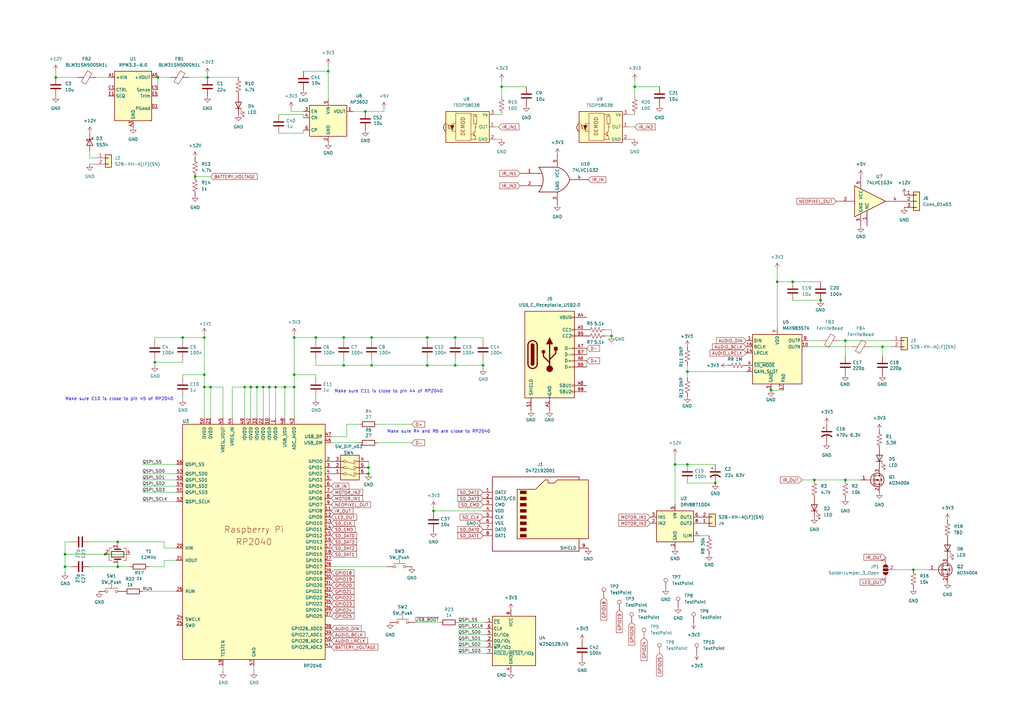
<source format=kicad_sch>
(kicad_sch (version 20250114) (generator "eeschema") (generator_version "9.0")
  (paper "A3")
  (text "Make sure R4 and R6 are close to RP2040" (at 158.75 177.8 0) (effects (font (size 1.27 1.27)) (justify left bottom)))
  (text "Make sure C10 is close to pin 45 of RP2040" (at 26.67 164.465 0) (effects (font (size 1.27 1.27)) (justify left bottom)))
  (text "Make sure C11 is close to pin 44 of RP2040" (at 137.16 161.29 0) (effects (font (size 1.27 1.27)) (justify left bottom)))
  (junction (at 22.86 31.75))
  (junction (at 48.26 222.25))
  (junction (at 281.94 152.4))
  (junction (at 198.12 149.86))
  (junction (at 86.36 158.75))
  (junction (at 325.12 115.57))
  (junction (at 120.65 138.43))
  (junction (at 105.41 158.75))
  (junction (at 151.13 194.31))
  (junction (at 260.35 35.56))
  (junction (at 149.86 45.72))
  (junction (at 26.67 232.41))
  (junction (at 110.49 158.75))
  (junction (at 293.37 198.12))
  (junction (at 334.01 196.85))
  (junction (at 107.95 158.75))
  (junction (at 152.4 149.86))
  (junction (at 175.26 149.86))
  (junction (at 346.71 196.85))
  (junction (at 205.74 35.56))
  (junction (at 74.93 138.43))
  (junction (at 113.03 158.75))
  (junction (at 250.825 137.795))
  (junction (at 63.5 148.59))
  (junction (at 374.65 233.68))
  (junction (at 85.09 31.75))
  (junction (at 83.82 153.67))
  (junction (at 346.71 139.7))
  (junction (at 80.01 72.39))
  (junction (at 100.33 158.75))
  (junction (at 151.13 191.77))
  (junction (at 64.77 31.75))
  (junction (at 318.77 115.57))
  (junction (at 48.26 232.41))
  (junction (at 186.69 138.43))
  (junction (at 316.23 160.02))
  (junction (at 175.26 138.43))
  (junction (at 140.97 138.43))
  (junction (at 129.54 138.43))
  (junction (at 43.18 227.33))
  (junction (at 102.87 158.75))
  (junction (at 83.82 158.75))
  (junction (at 361.95 142.24))
  (junction (at 276.86 190.5))
  (junction (at 120.65 158.75))
  (junction (at 177.8 209.55))
  (junction (at 134.62 29.21))
  (junction (at 281.94 190.5))
  (junction (at 186.69 149.86))
  (junction (at 152.4 138.43))
  (junction (at 120.65 153.67))
  (junction (at 116.84 158.75))
  (junction (at 140.97 149.86))
  (junction (at 83.82 138.43))
  (junction (at 336.55 123.19))
  (junction (at 26.67 227.33))
  (wire (pts (xy 83.82 153.67) (xy 83.82 158.75)))
  (wire (pts (xy 29.21 232.41) (xy 26.67 232.41)))
  (wire (pts (xy 120.65 138.43) (xy 129.54 138.43)))
  (wire (pts (xy 124.46 29.21) (xy 134.62 29.21)))
  (wire (pts (xy 325.12 115.57) (xy 336.55 115.57)))
  (wire (pts (xy 135.89 181.61) (xy 147.32 181.61)))
  (wire (pts (xy 151.13 191.77) (xy 151.13 194.31)))
  (wire (pts (xy 86.36 171.45) (xy 86.36 158.75)))
  (wire (pts (xy 186.69 149.86) (xy 175.26 149.86)))
  (wire (pts (xy 83.82 158.75) (xy 83.82 171.45)))
  (wire (pts (xy 116.84 171.45) (xy 116.84 158.75)))
  (wire (pts (xy 102.87 171.45) (xy 102.87 158.75)))
  (wire (pts (xy 26.67 222.25) (xy 26.67 227.33)))
  (wire (pts (xy 113.03 158.75) (xy 113.03 171.45)))
  (wire (pts (xy 86.36 158.75) (xy 83.82 158.75)))
  (wire (pts (xy 95.25 158.75) (xy 100.33 158.75)))
  (wire (pts (xy 325.12 123.19) (xy 336.55 123.19)))
  (wire (pts (xy 240.665 142.875) (xy 240.665 145.415)))
  (wire (pts (xy 129.54 147.32) (xy 129.54 149.86)))
  (wire (pts (xy 119.38 45.72) (xy 124.46 45.72)))
  (wire (pts (xy 152.4 149.86) (xy 175.26 149.86)))
  (wire (pts (xy 58.42 201.93) (xy 72.39 201.93)))
  (wire (pts (xy 203.2 57.15) (xy 205.74 57.15)))
  (wire (pts (xy 318.77 115.57) (xy 318.77 134.62)))
  (wire (pts (xy 120.65 138.43) (xy 120.65 153.67)))
  (wire (pts (xy 248.285 137.795) (xy 250.825 137.795)))
  (wire (pts (xy 36.83 232.41) (xy 48.26 232.41)))
  (wire (pts (xy 67.31 224.79) (xy 72.39 224.79)))
  (wire (pts (xy 26.67 227.33) (xy 26.67 232.41)))
  (wire (pts (xy 39.37 31.75) (xy 44.45 31.75)))
  (wire (pts (xy 187.96 265.43) (xy 199.39 265.43)))
  (wire (pts (xy 186.69 149.86) (xy 198.12 149.86)))
  (wire (pts (xy 36.83 67.31) (xy 39.37 67.31)))
  (wire (pts (xy 105.41 158.75) (xy 107.95 158.75)))
  (wire (pts (xy 175.26 139.7) (xy 175.26 138.43)))
  (wire (pts (xy 198.12 147.32) (xy 198.12 149.86)))
  (wire (pts (xy 187.96 260.35) (xy 199.39 260.35)))
  (wire (pts (xy 67.31 229.87) (xy 67.31 232.41)))
  (wire (pts (xy 187.96 267.97) (xy 199.39 267.97)))
  (wire (pts (xy 63.5 138.43) (xy 74.93 138.43)))
  (wire (pts (xy 152.4 138.43) (xy 175.26 138.43)))
  (wire (pts (xy 74.93 138.43) (xy 83.82 138.43)))
  (wire (pts (xy 203.2 52.07) (xy 204.47 52.07)))
  (wire (pts (xy 276.86 190.5) (xy 276.86 207.01)))
  (wire (pts (xy 154.94 173.99) (xy 168.91 173.99)))
  (wire (pts (xy 105.41 171.45) (xy 105.41 158.75)))
  (wire (pts (xy 22.86 29.21) (xy 22.86 31.75)))
  (wire (pts (xy 85.09 31.75) (xy 97.79 31.75)))
  (wire (pts (xy 198.12 139.7) (xy 198.12 138.43)))
  (wire (pts (xy 74.93 148.59) (xy 74.93 147.32)))
  (wire (pts (xy 186.69 139.7) (xy 186.69 138.43)))
  (wire (pts (xy 281.94 152.4) (xy 306.07 152.4)))
  (wire (pts (xy 110.49 158.75) (xy 113.03 158.75)))
  (wire (pts (xy 72.39 229.87) (xy 67.31 229.87)))
  (wire (pts (xy 100.33 171.45) (xy 100.33 158.75)))
  (wire (pts (xy 110.49 171.45) (xy 110.49 158.75)))
  (wire (pts (xy 102.87 158.75) (xy 105.41 158.75)))
  (wire (pts (xy 135.89 232.41) (xy 158.75 232.41)))
  (wire (pts (xy 318.77 110.49) (xy 318.77 115.57)))
  (wire (pts (xy 124.46 53.34) (xy 124.46 54.61)))
  (wire (pts (xy 60.96 232.41) (xy 67.31 232.41)))
  (wire (pts (xy 374.65 233.68) (xy 381 233.68)))
  (wire (pts (xy 83.82 137.16) (xy 83.82 138.43)))
  (wire (pts (xy 91.44 158.75) (xy 86.36 158.75)))
  (wire (pts (xy 77.47 31.75) (xy 85.09 31.75)))
  (wire (pts (xy 72.39 205.74) (xy 58.42 205.74)))
  (wire (pts (xy 205.74 33.02) (xy 205.74 35.56)))
  (wire (pts (xy 58.42 196.85) (xy 72.39 196.85)))
  (wire (pts (xy 107.95 158.75) (xy 110.49 158.75)))
  (wire (pts (xy 203.2 46.99) (xy 205.74 46.99)))
  (wire (pts (xy 144.78 45.72) (xy 149.86 45.72)))
  (wire (pts (xy 48.26 223.52) (xy 48.26 222.25)))
  (wire (pts (xy 22.86 31.75) (xy 31.75 31.75)))
  (wire (pts (xy 95.25 171.45) (xy 95.25 158.75)))
  (wire (pts (xy 151.13 189.23) (xy 151.13 191.77)))
  (wire (pts (xy 250.825 135.255) (xy 248.285 135.255)))
  (wire (pts (xy 120.65 158.75) (xy 120.65 171.45)))
  (wire (pts (xy 316.23 160.02) (xy 321.31 160.02)))
  (wire (pts (xy 64.77 31.75) (xy 69.85 31.75)))
  (wire (pts (xy 281.94 198.12) (xy 293.37 198.12)))
  (wire (pts (xy 72.39 190.5) (xy 58.42 190.5)))
  (wire (pts (xy 346.71 139.7) (xy 346.71 146.05)))
  (wire (pts (xy 186.69 147.32) (xy 186.69 149.86)))
  (wire (pts (xy 281.94 149.86) (xy 281.94 152.4)))
  (wire (pts (xy 331.47 142.24) (xy 349.25 142.24)))
  (wire (pts (xy 276.86 186.69) (xy 276.86 190.5)))
  (wire (pts (xy 74.93 153.67) (xy 83.82 153.67)))
  (wire (pts (xy 270.51 35.56) (xy 260.35 35.56)))
  (wire (pts (xy 48.26 232.41) (xy 53.34 232.41)))
  (wire (pts (xy 74.93 162.56) (xy 74.93 163.83)))
  (wire (pts (xy 85.09 30.48) (xy 85.09 31.75)))
  (wire (pts (xy 140.97 139.7) (xy 140.97 138.43)))
  (wire (pts (xy 260.35 35.56) (xy 260.35 39.37)))
  (wire (pts (xy 64.77 31.75) (xy 64.77 36.83)))
  (wire (pts (xy 187.96 255.27) (xy 199.39 255.27)))
  (wire (pts (xy 240.665 147.955) (xy 240.665 150.495)))
  (wire (pts (xy 367.03 233.68) (xy 374.65 233.68)))
  (wire (pts (xy 177.8 208.28) (xy 177.8 209.55)))
  (wire (pts (xy 281.94 190.5) (xy 293.37 190.5)))
  (wire (pts (xy 134.62 26.67) (xy 134.62 29.21)))
  (wire (pts (xy 157.48 44.45) (xy 157.48 45.72)))
  (wire (pts (xy 63.5 148.59) (xy 74.93 148.59)))
  (wire (pts (xy 120.65 153.67) (xy 120.65 158.75)))
  (wire (pts (xy 63.5 147.32) (xy 63.5 148.59)))
  (wire (pts (xy 113.03 158.75) (xy 116.84 158.75)))
  (wire (pts (xy 36.83 64.77) (xy 39.37 64.77)))
  (wire (pts (xy 74.93 154.94) (xy 74.93 153.67)))
  (wire (pts (xy 140.97 147.32) (xy 140.97 149.86)))
  (wire (pts (xy 281.94 152.4) (xy 281.94 154.94)))
  (wire (pts (xy 140.97 149.86) (xy 129.54 149.86)))
  (wire (pts (xy 129.54 138.43) (xy 140.97 138.43)))
  (wire (pts (xy 186.69 138.43) (xy 198.12 138.43)))
  (wire (pts (xy 157.48 45.72) (xy 149.86 45.72)))
  (wire (pts (xy 120.65 137.16) (xy 120.65 138.43)))
  (wire (pts (xy 257.81 57.15) (xy 260.35 57.15)))
  (wire (pts (xy 334.01 196.85) (xy 346.71 196.85)))
  (wire (pts (xy 250.825 135.255) (xy 250.825 137.795)))
  (wire (pts (xy 152.4 147.32) (xy 152.4 149.86)))
  (wire (pts (xy 83.82 138.43) (xy 83.82 153.67)))
  (wire (pts (xy 67.31 224.79) (xy 67.31 222.25)))
  (wire (pts (xy 58.42 199.39) (xy 72.39 199.39)))
  (wire (pts (xy 100.33 158.75) (xy 102.87 158.75)))
  (wire (pts (xy 107.95 171.45) (xy 107.95 158.75)))
  (wire (pts (xy 290.83 219.71) (xy 287.02 219.71)))
  (wire (pts (xy 43.18 227.33) (xy 53.34 227.33)))
  (wire (pts (xy 74.93 139.7) (xy 74.93 138.43)))
  (wire (pts (xy 29.21 222.25) (xy 26.67 222.25)))
  (wire (pts (xy 328.93 196.85) (xy 334.01 196.85)))
  (wire (pts (xy 152.4 149.86) (xy 140.97 149.86)))
  (wire (pts (xy 346.71 196.85) (xy 353.06 196.85)))
  (wire (pts (xy 187.96 257.81) (xy 199.39 257.81)))
  (wire (pts (xy 276.86 190.5) (xy 281.94 190.5)))
  (wire (pts (xy 26.67 232.41) (xy 26.67 234.95)))
  (wire (pts (xy 135.89 179.07) (xy 142.24 179.07)))
  (wire (pts (xy 129.54 139.7) (xy 129.54 138.43)))
  (wire (pts (xy 134.62 29.21) (xy 134.62 40.64)))
  (wire (pts (xy 58.42 194.31) (xy 72.39 194.31)))
  (wire (pts (xy 170.18 255.27) (xy 180.34 255.27)))
  (wire (pts (xy 142.24 173.99) (xy 147.32 173.99)))
  (wire (pts (xy 177.8 209.55) (xy 198.12 209.55)))
  (wire (pts (xy 124.46 54.61) (xy 114.3 54.61)))
  (wire (pts (xy 257.81 46.99) (xy 260.35 46.99)))
  (wire (pts (xy 63.5 148.59) (xy 63.5 149.86)))
  (wire (pts (xy 365.76 142.24) (xy 361.95 142.24)))
  (wire (pts (xy 72.39 242.57) (xy 58.42 242.57)))
  (wire (pts (xy 215.9 35.56) (xy 205.74 35.56)))
  (wire (pts (xy 91.44 273.05) (xy 91.44 275.59)))
  (wire (pts (xy 129.54 154.94) (xy 129.54 153.67)))
  (wire (pts (xy 346.71 139.7) (xy 365.76 139.7)))
  (wire (pts (xy 140.97 138.43) (xy 152.4 138.43)))
  (wire (pts (xy 48.26 222.25) (xy 67.31 222.25)))
  (wire (pts (xy 344.17 139.7) (xy 346.71 139.7)))
  (wire (pts (xy 119.38 44.45) (xy 119.38 45.72)))
  (wire (pts (xy 36.83 62.23) (xy 36.83 64.77)))
  (wire (pts (xy 154.94 181.61) (xy 168.91 181.61)))
  (wire (pts (xy 104.14 273.05) (xy 104.14 275.59)))
  (wire (pts (xy 80.01 72.39) (xy 86.36 72.39)))
  (wire (pts (xy 331.47 139.7) (xy 336.55 139.7)))
  (wire (pts (xy 142.24 173.99) (xy 142.24 179.07)))
  (wire (pts (xy 48.26 231.14) (xy 48.26 232.41)))
  (wire (pts (xy 36.83 222.25) (xy 48.26 222.25)))
  (wire (pts (xy 175.26 147.32) (xy 175.26 149.86)))
  (wire (pts (xy 177.8 209.55) (xy 177.8 210.185)))
  (wire (pts (xy 257.81 52.07) (xy 260.35 52.07)))
  (wire (pts (xy 63.5 139.7) (xy 63.5 138.43)))
  (wire (pts (xy 116.84 158.75) (xy 120.65 158.75)))
  (wire (pts (xy 124.46 48.26) (xy 124.46 46.99)))
  (wire (pts (xy 175.26 138.43) (xy 186.69 138.43)))
  (wire (pts (xy 26.67 227.33) (xy 43.18 227.33)))
  (wire (pts (xy 361.95 142.24) (xy 361.95 146.05)))
  (wire (pts (xy 260.35 33.02) (xy 260.35 35.56)))
  (wire (pts (xy 361.95 142.24) (xy 356.87 142.24)))
  (wire (pts (xy 152.4 139.7) (xy 152.4 138.43)))
  (wire (pts (xy 198.12 149.86) (xy 198.12 151.13)))
  (wire (pts (xy 187.96 262.89) (xy 199.39 262.89)))
  (wire (pts (xy 124.46 46.99) (xy 114.3 46.99)))
  (wire (pts (xy 205.74 35.56) (xy 205.74 39.37)))
  (wire (pts (xy 129.54 162.56) (xy 129.54 163.83)))
  (wire (pts (xy 120.65 153.67) (xy 129.54 153.67)))
  (wire (pts (xy 91.44 171.45) (xy 91.44 158.75)))
  (wire (pts (xy 318.77 115.57) (xy 325.12 115.57)))
  (label "QSPI_SD2" (at 58.42 199.39 0))
  (label "~{USB_BOOT}" (at 170.18 255.27 0))
  (label "RUN" (at 58.42 242.57 0))
  (label "QSPI_SD1" (at 58.42 196.85 0))
  (label "QSPI_SCLK" (at 187.96 257.81 0))
  (label "QSPI_SD2" (at 187.96 265.43 0))
  (label "QSPI_SS" (at 187.96 255.27 0))
  (label "QSPI_SD0" (at 187.96 260.35 0))
  (label "QSPI_SD0" (at 58.42 194.31 0))
  (label "QSPI_SS" (at 58.42 190.5 0))
  (label "QSPI_SD3" (at 187.96 267.97 0))
  (label "QSPI_SD1" (at 187.96 262.89 0))
  (label "QSPI_SD3" (at 58.42 201.93 0))
  (label "QSPI_SCLK" (at 58.42 205.74 0))
  (global_label "SD_DAT0" (shape input) (at 135.89 219.71 0) (property "Intersheetrefs" "${INTERSHEET_REFS}" (effects (hide yes))))
  (global_label "GPIO18" (shape input) (at 135.89 234.95 0) (property "Intersheetrefs" "${INTERSHEET_REFS}" (effects (hide yes))))
  (global_label "GPIO20" (shape input) (at 259.08 255.27 270) (property "Intersheetrefs" "${INTERSHEET_REFS}" (effects (hide yes))))
  (global_label "GPIO18" (shape input) (at 247.65 245.11 270) (property "Intersheetrefs" "${INTERSHEET_REFS}" (effects (hide yes))))
  (global_label "SD_DAT2" (shape input) (at 198.12 201.93 180) (property "Intersheetrefs" "${INTERSHEET_REFS}" (effects (hide yes))))
  (global_label "AUDIO_LRCLK" (shape input) (at 306.07 144.78 180) (property "Intersheetrefs" "${INTERSHEET_REFS}" (effects (hide yes))))
  (global_label "IR_OUT" (shape input) (at 135.89 209.55 0) (property "Intersheetrefs" "${INTERSHEET_REFS}" (effects (hide yes))))
  (global_label "GPIO21" (shape input) (at 135.89 242.57 0) (property "Intersheetrefs" "${INTERSHEET_REFS}" (effects (hide yes))))
  (global_label "SD_DAT3" (shape input) (at 135.89 222.25 0) (property "Intersheetrefs" "${INTERSHEET_REFS}" (effects (hide yes))))
  (global_label "SD_CMD" (shape input) (at 198.12 207.01 180) (property "Intersheetrefs" "${INTERSHEET_REFS}" (effects (hide yes))))
  (global_label "IR_OUT" (shape input) (at 363.22 228.6 180) (property "Intersheetrefs" "${INTERSHEET_REFS}" (effects (hide yes))))
  (global_label "GPIO24" (shape input) (at 135.89 250.19 0) (property "Intersheetrefs" "${INTERSHEET_REFS}" (effects (hide yes))))
  (global_label "D+" (shape input) (at 240.665 147.955 0) (property "Intersheetrefs" "${INTERSHEET_REFS}" (effects (hide yes))))
  (global_label "SD_DAT2" (shape input) (at 135.89 224.79 0) (property "Intersheetrefs" "${INTERSHEET_REFS}" (effects (hide yes))))
  (global_label "GPIO19" (shape input) (at 254 250.19 270) (property "Intersheetrefs" "${INTERSHEET_REFS}" (effects (hide yes))))
  (global_label "D+" (shape input) (at 168.91 173.99 0) (property "Intersheetrefs" "${INTERSHEET_REFS}" (effects (hide yes))))
  (global_label "GPIO22" (shape input) (at 135.89 245.11 0) (property "Intersheetrefs" "${INTERSHEET_REFS}" (effects (hide yes))))
  (global_label "AUDIO_LRCLK" (shape input) (at 135.89 262.89 0) (property "Intersheetrefs" "${INTERSHEET_REFS}" (effects (hide yes))))
  (global_label "LED_OUT" (shape input) (at 135.89 212.09 0) (property "Intersheetrefs" "${INTERSHEET_REFS}" (effects (hide yes))))
  (global_label "MOTOR_IN1" (shape input) (at 266.7 212.09 180) (property "Intersheetrefs" "${INTERSHEET_REFS}" (effects (hide yes))))
  (global_label "NEOPIXEL_OUT" (shape input) (at 342.9 82.55 180) (property "Intersheetrefs" "${INTERSHEET_REFS}" (effects (hide yes))))
  (global_label "D-" (shape input) (at 240.665 142.875 0) (property "Intersheetrefs" "${INTERSHEET_REFS}" (effects (hide yes))))
  (global_label "MOTOR_IN1" (shape input) (at 135.89 204.47 0) (property "Intersheetrefs" "${INTERSHEET_REFS}" (effects (hide yes))))
  (global_label "GPIO25" (shape input) (at 135.89 252.73 0) (property "Intersheetrefs" "${INTERSHEET_REFS}" (effects (hide yes))))
  (global_label "SD_DAT1" (shape input) (at 135.89 227.33 0) (property "Intersheetrefs" "${INTERSHEET_REFS}" (effects (hide yes))))
  (global_label "GPIO24" (shape input) (at 264.16 261.62 270) (property "Intersheetrefs" "${INTERSHEET_REFS}" (effects (hide yes))))
  (global_label "GPIO20" (shape input) (at 135.89 240.03 0) (property "Intersheetrefs" "${INTERSHEET_REFS}" (effects (hide yes))))
  (global_label "IR_OUT" (shape input) (at 328.93 196.85 180) (property "Intersheetrefs" "${INTERSHEET_REFS}" (effects (hide yes))))
  (global_label "SD_DAT0" (shape input) (at 198.12 217.17 180) (property "Intersheetrefs" "${INTERSHEET_REFS}" (effects (hide yes))))
  (global_label "AUDIO_BCLK" (shape input) (at 135.89 260.35 0) (property "Intersheetrefs" "${INTERSHEET_REFS}" (effects (hide yes))))
  (global_label "BATTERY_VOLTAGE" (shape input) (at 135.89 265.43 0) (property "Intersheetrefs" "${INTERSHEET_REFS}" (effects (hide yes))))
  (global_label "AUDIO_DIN" (shape input) (at 306.07 139.7 180) (property "Intersheetrefs" "${INTERSHEET_REFS}" (effects (hide yes))))
  (global_label "MOTOR_IN2" (shape input) (at 266.7 214.63 180) (property "Intersheetrefs" "${INTERSHEET_REFS}" (effects (hide yes))))
  (global_label "BATTERY_VOLTAGE" (shape input) (at 86.36 72.39 0) (property "Intersheetrefs" "${INTERSHEET_REFS}" (effects (hide yes))))
  (global_label "IR_IN2" (shape input) (at 260.35 52.07 0) (property "Intersheetrefs" "${INTERSHEET_REFS}" (effects (hide yes))))
  (global_label "IR_IN1" (shape input) (at 213.36 71.12 180) (property "Intersheetrefs" "${INTERSHEET_REFS}" (effects (hide yes))))
  (global_label "IR_IN1" (shape input) (at 204.47 52.07 0) (property "Intersheetrefs" "${INTERSHEET_REFS}" (effects (hide yes))))
  (global_label "SD_DAT1" (shape input) (at 198.12 219.71 180) (property "Intersheetrefs" "${INTERSHEET_REFS}" (effects (hide yes))))
  (global_label "GPIO23" (shape input) (at 135.89 247.65 0) (property "Intersheetrefs" "${INTERSHEET_REFS}" (effects (hide yes))))
  (global_label "NEOPIXEL_OUT" (shape input) (at 135.89 207.01 0) (property "Intersheetrefs" "${INTERSHEET_REFS}" (effects (hide yes))))
  (global_label "SD_DAT3" (shape input) (at 198.12 204.47 180) (property "Intersheetrefs" "${INTERSHEET_REFS}" (effects (hide yes))))
  (global_label "D-" (shape input) (at 168.91 181.61 0) (property "Intersheetrefs" "${INTERSHEET_REFS}" (effects (hide yes))))
  (global_label "LED_OUT" (shape input) (at 363.22 238.76 180) (property "Intersheetrefs" "${INTERSHEET_REFS}" (effects (hide yes))))
  (global_label "GPIO19" (shape input) (at 135.89 237.49 0) (property "Intersheetrefs" "${INTERSHEET_REFS}" (effects (hide yes))))
  (global_label "AUDIO_DIN" (shape input) (at 135.89 257.81 0) (property "Intersheetrefs" "${INTERSHEET_REFS}" (effects (hide yes))))
  (global_label "MOTOR_IN2" (shape input) (at 135.89 201.93 0) (property "Intersheetrefs" "${INTERSHEET_REFS}" (effects (hide yes))))
  (global_label "SD_CLK" (shape input) (at 135.89 214.63 0) (property "Intersheetrefs" "${INTERSHEET_REFS}" (effects (hide yes))))
  (global_label "IR_IN" (shape input) (at 241.3 73.66 0) (property "Intersheetrefs" "${INTERSHEET_REFS}" (effects (hide yes))))
  (global_label "SD_CMD" (shape input) (at 135.89 217.17 0) (property "Intersheetrefs" "${INTERSHEET_REFS}" (effects (hide yes))))
  (global_label "GPIO25" (shape input) (at 270.51 267.97 270) (property "Intersheetrefs" "${INTERSHEET_REFS}" (effects (hide yes))))
  (global_label "IR_IN2" (shape input) (at 213.36 76.2 180) (property "Intersheetrefs" "${INTERSHEET_REFS}" (effects (hide yes))))
  (global_label "AUDIO_BCLK" (shape input) (at 306.07 142.24 180) (property "Intersheetrefs" "${INTERSHEET_REFS}" (effects (hide yes))))
  (global_label "SD_CLK" (shape input) (at 198.12 212.09 180) (property "Intersheetrefs" "${INTERSHEET_REFS}" (effects (hide yes))))
  (global_label "IR_IN" (shape input) (at 135.89 199.39 0) (property "Intersheetrefs" "${INTERSHEET_REFS}" (effects (hide yes))))
  (symbol (lib_id "power:+3V3") (at 85.09 30.48 0) (unit 1)
    (property "Reference" "#PWR012" (effects (hide yes)))
    (property "Value" "+3V3" (at 85.09 25.4 0))
    (property "Description" "Power symbol creates a global label with name \"+3V3\"" (effects (hide yes)))
  )
  (symbol (lib_id "Device:LED") (at 97.79 43.18 90) (unit 1)
    (property "Reference" "D4" (at 101.6 43.4974 90) (effects (justify right)))
    (property "Value" "LED" (at 101.6 46.0374 90) (effects (justify right)))
    (property "Footprint" "LED_SMD:LED_0603_1608Metric" (effects (hide yes)))
    (property "Description" "Light emitting diode" (effects (hide yes)))
    (property "Sim.Pins" "1=K 2=A" (effects (hide yes)))
  )
  (symbol (lib_id "power:+3V3") (at 388.62 213.36 0) (unit 1)
    (property "Reference" "#PWR055" (effects (hide yes)))
    (property "Value" "+3V3" (at 388.62 208.28 0))
    (property "Description" "Power symbol creates a global label with name \"+3V3\"" (effects (hide yes)))
  )
  (symbol (lib_id "Device:C") (at 33.02 232.41 270) (unit 1)
    (property "Reference" "C27" (at 34.1884 235.331 0) (effects (justify left)))
    (property "Value" "27p" (at 31.877 235.331 0) (effects (justify left)))
    (property "Footprint" "Capacitor_SMD:C_0603_1608Metric" (effects (hide yes)))
  )
  (symbol (lib_id "Transistor_FET:AO3400A") (at 358.14 196.85 0) (unit 1)
    (property "Reference" "Q1" (at 364.49 195.5799 0) (effects (justify left)))
    (property "Value" "AO3400A" (at 364.49 198.1199 0) (effects (justify left)))
    (property "Footprint" "Package_TO_SOT_SMD:SOT-23" (effects (hide yes)))
    (property "Datasheet" "http://www.aosmd.com/pdfs/datasheet/AO3400A.pdf" (effects (hide yes)))
    (property "Description" "30V Vds, 5.7A Id, N-Channel MOSFET, SOT-23" (effects (hide yes)))
  )
  (symbol (lib_id "power:GND") (at 353.06 92.71 0) (unit 1)
    (property "Reference" "#PWR070" (effects (hide yes)))
    (property "Value" "GND" (at 353.06 97.028 0))
  )
  (symbol (lib_id "74xGxx:74LVC1G34") (at 358.14 82.55 0) (unit 1)
    (property "Reference" "U7" (at 360.68 72.39 0))
    (property "Value" "74LVC1G34" (at 360.68 74.93 0))
    (property "Footprint" "Package_TO_SOT_SMD:SOT-23-5" (effects (hide yes)))
    (property "Datasheet" "https://www.ti.com/lit/ds/symlink/sn74lvc1g34.pdf" (effects (hide yes)))
    (property "Description" "Single Buffer Gate, Low-Voltage CMOS" (effects (hide yes)))
  )
  (symbol (lib_id "Device:R_US") (at 281.94 158.75 0) (unit 1)
    (property "Reference" "R12" (at 279.4 161.29 90))
    (property "Value" "DNP" (at 279.4 156.718 90))
    (property "Footprint" "Resistor_SMD:R_0603_1608Metric" (effects (hide yes)))
  )
  (symbol (lib_id "power:+3V3") (at 209.55 250.19 0) (unit 1)
    (property "Reference" "#PWR020" (effects (hide yes)))
    (property "Value" "+3V3" (at 209.55 245.11 0))
    (property "Description" "Power symbol creates a global label with name \"+3V3\"" (effects (hide yes)))
  )
  (symbol (lib_id "Device:R_US") (at 374.65 237.49 0) (unit 1)
    (property "Reference" "R16" (at 377.19 236.2199 0) (effects (justify left)))
    (property "Value" "10k" (at 377.19 238.7599 0) (effects (justify left)))
    (property "Footprint" "Resistor_SMD:R_0603_1608Metric" (effects (hide yes)))
    (property "Description" "Resistor, US symbol" (effects (hide yes)))
  )
  (symbol (lib_id "power:GND") (at 238.76 270.51 0) (unit 1)
    (property "Reference" "#PWR058" (effects (hide yes)))
    (property "Value" "GND" (at 238.76 274.955 0))
  )
  (symbol (lib_id "Device:R_US") (at 80.01 76.2 0) (unit 1)
    (property "Reference" "R14" (at 82.55 74.9299 0) (effects (justify left)))
    (property "Value" "1k" (at 82.55 77.4699 0) (effects (justify left)))
    (property "Footprint" "Resistor_SMD:R_0603_1608Metric" (effects (hide yes)))
    (property "Description" "Resistor, US symbol" (effects (hide yes)))
  )
  (symbol (lib_id "Device:FerriteBead") (at 35.56 31.75 90) (unit 1)
    (property "Reference" "FB2" (at 35.5092 24.13 90))
    (property "Value" "BLM31SN500SN1L" (at 35.5092 26.67 90))
    (property "Footprint" "Inductor_SMD:L_1206_3216Metric" (effects (hide yes)))
    (property "Description" "Ferrite bead" (effects (hide yes)))
  )
  (symbol (lib_id "Memory_Flash:W25Q128JVS") (at 209.55 262.89 0) (unit 1)
    (property "Reference" "U4" (at 220.98 261.6199 0) (effects (justify left)))
    (property "Value" "W25Q128JVS" (at 220.98 264.1599 0) (effects (justify left)))
    (property "Footprint" "Package_SO:SOIC-8_5.3x5.3mm_P1.27mm" (effects (hide yes)))
    (property "Datasheet" "https://www.winbond.com/resource-files/w25q128jv_dtr%20revc%2003272018%20plus.pdf" (effects (hide yes)))
    (property "Description" "128Mbit / 16MiB Serial Flash Memory, Standard/Dual/Quad SPI, 2.7-3.6V, SOIC-8" (effects (hide yes)))
  )
  (symbol (lib_id "Device:FerriteBead") (at 73.66 31.75 90) (unit 1)
    (property "Reference" "FB1" (at 73.6092 24.13 90))
    (property "Value" "BLM31SN500SN1L" (at 73.6092 26.67 90))
    (property "Footprint" "Inductor_SMD:L_1206_3216Metric" (effects (hide yes)))
    (property "Description" "Ferrite bead" (effects (hide yes)))
  )
  (symbol (lib_id "Device:C") (at 198.12 143.51 0) (unit 1)
    (property "Reference" "C14" (at 201.041 142.3416 0) (effects (justify left)))
    (property "Value" "100n" (at 201.041 144.653 0) (effects (justify left)))
    (property "Footprint" "Capacitor_SMD:C_0603_1608Metric" (effects (hide yes)))
  )
  (symbol (lib_id "Device:C") (at 33.02 222.25 270) (unit 1)
    (property "Reference" "C23" (at 34.1884 225.171 0) (effects (justify left)))
    (property "Value" "27p" (at 31.877 225.171 0) (effects (justify left)))
    (property "Footprint" "Capacitor_SMD:C_0603_1608Metric" (effects (hide yes)))
  )
  (symbol (lib_id "Device:R_US") (at 281.94 146.05 0) (unit 1)
    (property "Reference" "R11" (at 279.4 148.59 90))
    (property "Value" "DNP" (at 279.4 144.018 90))
    (property "Footprint" "Resistor_SMD:R_0603_1608Metric" (effects (hide yes)))
  )
  (symbol (lib_id "power:+3V3") (at 134.62 26.67 0) (unit 1)
    (property "Reference" "#PWR044" (effects (hide yes)))
    (property "Value" "+3V3" (at 134.62 21.59 0))
    (property "Description" "Power symbol creates a global label with name \"+3V3\"" (effects (hide yes)))
  )
  (symbol (lib_id "Connector:TestPoint") (at 278.13 248.92 0) (unit 1)
    (property "Reference" "TP8" (at 280.67 244.3479 0) (effects (justify left)))
    (property "Value" "TestPoint" (at 280.67 246.8879 0) (effects (justify left)))
    (property "Footprint" "TestPoint:TestPoint_Pad_D2.0mm" (effects (hide yes)))
    (property "Description" "test point" (effects (hide yes)))
  )
  (symbol (lib_id "power:+3V3") (at 177.8 208.28 0) (unit 1)
    (property "Reference" "#PWR023" (effects (hide yes)))
    (property "Value" "+3V3" (at 177.8 203.2 0))
    (property "Description" "Power symbol creates a global label with name \"+3V3\"" (effects (hide yes)))
  )
  (symbol (lib_id "power:GND") (at 217.805 168.275 0) (unit 1)
    (property "Reference" "#PWR017" (effects (hide yes)))
    (property "Value" "GND" (at 215.646 172.212 0) (effects (justify left)))
  )
  (symbol (lib_id "Jumper:SolderJumper_3_Open") (at 363.22 233.68 90) (unit 1) (exclude_from_sim yes) (in_bom no)
    (property "Reference" "JP1" (at 360.68 232.4099 90) (effects (justify left)))
    (property "Value" "SolderJumper_3_Open" (at 360.68 234.9499 90) (effects (justify left)))
    (property "Footprint" "Jumper:SolderJumper-3_P1.3mm_Open_RoundedPad1.0x1.5mm" (effects (hide yes)))
    (property "Description" "Solder Jumper, 3-pole, open" (effects (hide yes)))
  )
  (symbol (lib_id "power:GND") (at 225.425 168.275 0) (unit 1)
    (property "Reference" "#PWR018" (effects (hide yes)))
    (property "Value" "GND" (at 223.266 172.212 0) (effects (justify left)))
  )
  (symbol (lib_id "power:GND") (at 36.83 67.31 0) (unit 1)
    (property "Reference" "#PWR024" (effects (hide yes)))
    (property "Value" "GND" (at 36.83 72.39 0))
    (property "Description" "Power symbol creates a global label with name \"GND\" , ground" (effects (hide yes)))
  )
  (symbol (lib_id "power:GND") (at 273.05 241.3 0) (unit 1)
    (property "Reference" "#PWR072" (effects (hide yes)))
    (property "Value" "GND" (at 273.05 245.872 0))
  )
  (symbol (lib_id "Connector:TestPoint") (at 285.75 267.97 0) (unit 1)
    (property "Reference" "TP10" (at 288.29 263.3979 0) (effects (justify left)))
    (property "Value" "TestPoint" (at 288.29 265.9379 0) (effects (justify left)))
    (property "Footprint" "TestPoint:TestPoint_Pad_D2.0mm" (effects (hide yes)))
    (property "Description" "test point" (effects (hide yes)))
  )
  (symbol (lib_id "Device:C") (at 325.12 119.38 180) (unit 1)
    (property "Reference" "C19" (at 328.93 118.1099 0) (effects (justify right)))
    (property "Value" "10u" (at 328.93 120.6499 0) (effects (justify right)))
    (property "Footprint" "Capacitor_SMD:C_0603_1608Metric" (effects (hide yes)))
    (property "Description" "Unpolarized capacitor" (effects (hide yes)))
  )
  (symbol (lib_id "power:GND") (at 198.12 151.13 0) (unit 1)
    (property "Reference" "#PWR016" (effects (hide yes)))
    (property "Value" "GND" (at 198.247 155.5242 0))
  )
  (symbol (lib_id "Switch:SW_Push") (at 163.83 232.41 0) (unit 1)
    (property "Reference" "SW3" (at 163.83 226.06 0))
    (property "Value" "SW_Push" (at 163.83 228.6 0))
    (property "Footprint" "Button_Switch_SMD:SW_SPST_TL3342" (effects (hide yes)))
  )
  (symbol (lib_id "power:GND") (at 361.95 153.67 0) (unit 1)
    (property "Reference" "#PWR033" (effects (hide yes)))
    (property "Value" "GND" (at 359.791 157.607 0) (effects (justify left)))
  )
  (symbol (lib_id "Connector_Generic:Conn_01x02") (at 44.45 64.77 0) (unit 1)
    (property "Reference" "J2" (at 46.99 64.7699 0) (effects (justify left)))
    (property "Value" "S2B-XH-A(LF)(SN)" (at 46.99 67.3099 0) (effects (justify left)))
    (property "Footprint" "Connector_JST:JST_XH_S2B-XH-A_1x02_P2.50mm_Horizontal" (effects (hide yes)))
    (property "Description" "Generic connector, single row, 01x02, script generated (kicad-library-utils/schlib/autogen/connector/)" (effects (hide yes)))
  )
  (symbol (lib_id "power:GND") (at 250.825 137.795 0) (unit 1)
    (property "Reference" "#PWR022" (effects (hide yes)))
    (property "Value" "GND" (at 252.095 139.065 0) (effects (justify left)))
  )
  (symbol (lib_id "power:GND") (at 54.61 52.07 0) (unit 1)
    (property "Reference" "#PWR05" (effects (hide yes)))
    (property "Value" "GND" (at 54.61 57.15 0))
    (property "Description" "Power symbol creates a global label with name \"GND\" , ground" (effects (hide yes)))
  )
  (symbol (lib_id "Device:LED") (at 334.01 208.28 90) (unit 1)
    (property "Reference" "D2" (at 337.82 208.5974 90) (effects (justify right)))
    (property "Value" "LED" (at 337.82 211.1374 90) (effects (justify right)))
    (property "Footprint" "LED_SMD:LED_0603_1608Metric" (effects (hide yes)))
    (property "Description" "Light emitting diode" (effects (hide yes)))
    (property "Sim.Pins" "1=K 2=A" (effects (hide yes)))
  )
  (symbol (lib_id "power:GND") (at 293.37 198.12 0) (unit 1)
    (property "Reference" "#PWR031" (effects (hide yes)))
    (property "Value" "GND" (at 291.338 202.438 0) (effects (justify left)))
  )
  (symbol (lib_id "Device:R_US") (at 302.26 149.86 90) (unit 1)
    (property "Reference" "R9" (at 300.9899 147.32 90) (effects (justify left)))
    (property "Value" "1M" (at 304.546 147.32 90) (effects (justify left)))
    (property "Footprint" "Resistor_SMD:R_0603_1608Metric" (effects (hide yes)))
    (property "Description" "Resistor, US symbol" (effects (hide yes)))
  )
  (symbol (lib_id "Transistor_FET:AO3400A") (at 386.08 233.68 0) (unit 1)
    (property "Reference" "Q2" (at 392.43 232.4099 0) (effects (justify left)))
    (property "Value" "AO3400A" (at 392.43 234.9499 0) (effects (justify left)))
    (property "Footprint" "Package_TO_SOT_SMD:SOT-23" (effects (hide yes)))
    (property "Datasheet" "http://www.aosmd.com/pdfs/datasheet/AO3400A.pdf" (effects (hide yes)))
    (property "Description" "30V Vds, 5.7A Id, N-Channel MOSFET, SOT-23" (effects (hide yes)))
  )
  (symbol (lib_id "74xGxx:74LVC1G32") (at 228.6 73.66 0) (unit 1)
    (property "Reference" "U10" (at 240.03 67.2398 0))
    (property "Value" "74LVC1G32" (at 240.03 69.7798 0))
    (property "Footprint" "Package_TO_SOT_SMD:SOT-23-5" (effects (hide yes)))
    (property "Datasheet" "http://www.ti.com/lit/sg/scyt129e/scyt129e.pdf" (effects (hide yes)))
    (property "Description" "Single OR Gate, Low-Voltage CMOS" (effects (hide yes)))
  )
  (symbol (lib_id "power:GND") (at 104.14 275.59 0) (unit 1)
    (property "Reference" "#PWR043" (effects (hide yes)))
    (property "Value" "GND" (at 104.267 279.9842 0))
  )
  (symbol (lib_id "Device:R_US") (at 205.74 43.18 0) (unit 1)
    (property "Reference" "R15" (at 208.28 41.9099 0) (effects (justify left)))
    (property "Value" "100" (at 208.28 44.4499 0) (effects (justify left)))
    (property "Footprint" "Resistor_SMD:R_0603_1608Metric" (effects (hide yes)))
    (property "Description" "Resistor, US symbol" (effects (hide yes)))
  )
  (symbol (lib_id "Device:C") (at 215.9 39.37 0) (unit 1)
    (property "Reference" "C9" (at 219.71 38.0999 0) (effects (justify left)))
    (property "Value" "10u" (at 219.71 40.6399 0) (effects (justify left)))
    (property "Footprint" "Capacitor_SMD:C_0603_1608Metric" (effects (hide yes)))
    (property "Description" "Unpolarized capacitor" (effects (hide yes)))
  )
  (symbol (lib_id "Audio:MAX98357A") (at 318.77 147.32 0) (unit 1)
    (property "Reference" "U5" (at 320.9133 132.08 0) (effects (justify left)))
    (property "Value" "MAX98357A" (at 320.9133 134.62 0) (effects (justify left)))
    (property "Footprint" "Package_DFN_QFN:TQFN-16-1EP_3x3mm_P0.5mm_EP1.23x1.23mm" (effects (hide yes)))
    (property "Datasheet" "https://www.analog.com/media/en/technical-documentation/data-sheets/MAX98357A-MAX98357B.pdf" (effects (hide yes)))
    (property "Description" "Mono DAC with amplifier, I2S, PCM, TDM, 32-bit, 96khz, 3.2W, TQFP-16" (effects (hide yes)))
  )
  (symbol (lib_id "Device:C") (at 336.55 119.38 180) (unit 1)
    (property "Reference" "C20" (at 340.36 118.1099 0) (effects (justify right)))
    (property "Value" "100n" (at 340.36 120.6499 0) (effects (justify right)))
    (property "Footprint" "Capacitor_SMD:C_0603_1608Metric" (effects (hide yes)))
    (property "Description" "Unpolarized capacitor" (effects (hide yes)))
  )
  (symbol (lib_id "Device:R_US") (at 80.01 68.58 0) (unit 1)
    (property "Reference" "R13" (at 82.55 67.3099 0) (effects (justify left)))
    (property "Value" "4.7k" (at 82.55 69.8499 0) (effects (justify left)))
    (property "Footprint" "Resistor_SMD:R_0603_1608Metric" (effects (hide yes)))
    (property "Description" "Resistor, US symbol" (effects (hide yes)))
  )
  (symbol (lib_id "power:GND") (at 160.02 255.27 0) (unit 1)
    (property "Reference" "#PWR057" (effects (hide yes)))
    (property "Value" "GND" (at 160.02 260.35 0))
  )
  (symbol (lib_id "power:GND") (at 339.09 181.61 0) (unit 1)
    (property "Reference" "#PWR09" (effects (hide yes)))
    (property "Value" "GND" (at 339.09 186.69 0))
    (property "Description" "Power symbol creates a global label with name \"GND\" , ground" (effects (hide yes)))
  )
  (symbol (lib_id "power:GND") (at 205.74 57.15 0) (unit 1)
    (property "Reference" "#PWR052" (effects (hide yes)))
    (property "Value" "GND" (at 205.74 62.23 0))
    (property "Description" "Power symbol creates a global label with name \"GND\" , ground" (effects (hide yes)))
  )
  (symbol (lib_id "Device:C") (at 186.69 143.51 0) (unit 1)
    (property "Reference" "C13" (at 189.611 142.3416 0) (effects (justify left)))
    (property "Value" "100n" (at 189.611 144.653 0) (effects (justify left)))
    (property "Footprint" "Capacitor_SMD:C_0603_1608Metric" (effects (hide yes)))
  )
  (symbol (lib_id "Device:R_US") (at 388.62 217.17 0) (unit 1)
    (property "Reference" "R18" (at 391.16 215.8999 0) (effects (justify left)))
    (property "Value" "TBD" (at 391.16 218.4399 0) (effects (justify left)))
    (property "Footprint" "Resistor_SMD:R_0603_1608Metric" (effects (hide yes)))
    (property "Description" "Resistor, US symbol" (effects (hide yes)))
  )
  (symbol (lib_id "Device:C") (at 114.3 50.8 0) (unit 1)
    (property "Reference" "C40" (at 117.348 49.53 0) (effects (justify left)))
    (property "Value" "1u" (at 117.602 51.816 0) (effects (justify left)))
    (property "Footprint" "Capacitor_SMD:C_0603_1608Metric" (effects (hide yes)))
  )
  (symbol (lib_id "power:GND") (at 177.8 217.805 0) (unit 1)
    (property "Reference" "#PWR056" (effects (hide yes)))
    (property "Value" "GND" (at 177.8 222.25 0))
  )
  (symbol (lib_id "power:GND") (at 215.9 43.18 0) (unit 1)
    (property "Reference" "#PWR068" (effects (hide yes)))
    (property "Value" "GND" (at 215.9 48.26 0))
    (property "Description" "Power symbol creates a global label with name \"GND\" , ground" (effects (hide yes)))
  )
  (symbol (lib_id "power:+3V3") (at 238.76 262.89 0) (unit 1)
    (property "Reference" "#PWR021" (effects (hide yes)))
    (property "Value" "+3V3" (at 238.76 257.81 0))
    (property "Description" "Power symbol creates a global label with name \"+3V3\"" (effects (hide yes)))
  )
  (symbol (lib_id "power:+5V") (at 353.06 72.39 0) (unit 1)
    (property "Reference" "#PWR046" (effects (hide yes)))
    (property "Value" "+5V" (at 353.06 67.31 0))
    (property "Description" "Power symbol creates a global label with name \"+5V\"" (effects (hide yes)))
  )
  (symbol (lib_id "Connector:TestPoint") (at 284.48 255.27 0) (unit 1)
    (property "Reference" "TP9" (at 287.02 250.6979 0) (effects (justify left)))
    (property "Value" "TestPoint" (at 287.02 253.2379 0) (effects (justify left)))
    (property "Footprint" "TestPoint:TestPoint_Pad_D2.0mm" (effects (hide yes)))
    (property "Description" "test point" (effects (hide yes)))
  )
  (symbol (lib_id "Diode:SS34") (at 36.83 58.42 270) (unit 1)
    (property "Reference" "D3" (at 39.37 56.8324 90) (effects (justify left)))
    (property "Value" "SS34" (at 39.37 59.3724 90) (effects (justify left)))
    (property "Footprint" "Diode_SMD:D_SMA" (effects (hide yes)))
    (property "Datasheet" "https://www.vishay.com/docs/88751/ss32.pdf" (effects (hide yes)))
    (property "Description" "40V 3A Schottky Diode, SMA" (effects (hide yes)))
  )
  (symbol (lib_id "power:GND") (at 40.64 242.57 0) (unit 1)
    (property "Reference" "#PWR030" (effects (hide yes)))
    (property "Value" "GND" (at 40.767 246.9642 0))
  )
  (symbol (lib_id "Connector:TestPoint") (at 254 250.19 0) (unit 1)
    (property "Reference" "TP3" (at 256.54 245.6179 0) (effects (justify left)))
    (property "Value" "TestPoint" (at 256.54 248.1579 0) (effects (justify left)))
    (property "Footprint" "TestPoint:TestPoint_Pad_D2.0mm" (effects (hide yes)))
    (property "Description" "test point" (effects (hide yes)))
  )
  (symbol (lib_id "Connector:TestPoint") (at 264.16 261.62 0) (unit 1)
    (property "Reference" "TP5" (at 266.7 257.0479 0) (effects (justify left)))
    (property "Value" "TestPoint" (at 266.7 259.5879 0) (effects (justify left)))
    (property "Footprint" "TestPoint:TestPoint_Pad_D2.0mm" (effects (hide yes)))
    (property "Description" "test point" (effects (hide yes)))
  )
  (symbol (lib_id "power:+3V3") (at 281.94 142.24 0) (unit 1)
    (property "Reference" "#PWR039" (effects (hide yes)))
    (property "Value" "+3V3" (at 281.686 137.922 0))
    (property "Description" "Power symbol creates a global label with name \"+3V3\"" (effects (hide yes)))
  )
  (symbol (lib_id "power:+12V") (at 80.01 64.77 0) (unit 1)
    (property "Reference" "#PWR049" (effects (hide yes)))
    (property "Value" "+12V" (at 80.01 59.69 0))
    (property "Description" "Power symbol creates a global label with name \"+12V\"" (effects (hide yes)))
  )
  (symbol (lib_id "Interface_Optical:TSOP581xx") (at 247.65 52.07 0) (unit 1)
    (property "Reference" "U9" (at 245.915 40.64 0))
    (property "Value" "TSOP58038" (at 245.915 43.18 0))
    (property "Footprint" "OptoDevice:Vishay_MINICAST-3Pin" (effects (hide yes)))
    (property "Datasheet" "http://www.vishay.com/docs/82462/tsop581.pdf" (effects (hide yes)))
    (property "Description" "Photo Modules for PCM Remote Control Systems" (effects (hide yes)))
  )
  (symbol (lib_id "power:+3V3") (at 119.38 44.45 0) (unit 1)
    (property "Reference" "#PWR041" (effects (hide yes)))
    (property "Value" "+3V3" (at 119.38 39.37 0))
    (property "Description" "Power symbol creates a global label with name \"+3V3\"" (effects (hide yes)))
  )
  (symbol (lib_id "power:GND") (at 209.55 275.59 0) (unit 1)
    (property "Reference" "#PWR061" (effects (hide yes)))
    (property "Value" "GND" (at 205.74 276.86 0))
  )
  (symbol (lib_id "power:GND") (at 276.86 224.79 0) (unit 1)
    (property "Reference" "#PWR027" (effects (hide yes)))
    (property "Value" "GND" (at 274.828 229.108 0) (effects (justify left)))
  )
  (symbol (lib_id "power:+12V") (at 370.84 80.01 0) (unit 1)
    (property "Reference" "#PWR047" (effects (hide yes)))
    (property "Value" "+12V" (at 370.84 74.93 0))
    (property "Description" "Power symbol creates a global label with name \"+12V\"" (effects (hide yes)))
  )
  (symbol (lib_id "Connector:TestPoint") (at 247.65 245.11 0) (unit 1)
    (property "Reference" "TP2" (at 250.19 240.5379 0) (effects (justify left)))
    (property "Value" "TestPoint" (at 250.19 243.0779 0) (effects (justify left)))
    (property "Footprint" "TestPoint:TestPoint_Pad_D2.0mm" (effects (hide yes)))
    (property "Description" "test point" (effects (hide yes)))
  )
  (symbol (lib_id "Device:R") (at 54.61 242.57 270) (unit 1)
    (property "Reference" "R22" (at 53.34 237.49 90))
    (property "Value" "1k" (at 53.34 239.8014 90))
    (property "Footprint" "Resistor_SMD:R_0603_1608Metric" (effects (hide yes)))
  )
  (symbol (lib_id "Device:C") (at 149.86 49.53 0) (unit 1)
    (property "Reference" "C52" (at 152.908 48.26 0) (effects (justify left)))
    (property "Value" "10u" (at 153.162 50.546 0) (effects (justify left)))
    (property "Footprint" "Capacitor_SMD:C_0603_1608Metric" (effects (hide yes)))
  )
  (symbol (lib_id "Connector:TestPoint") (at 273.05 241.3 0) (unit 1)
    (property "Reference" "TP7" (at 275.59 236.7279 0) (effects (justify left)))
    (property "Value" "TestPoint" (at 275.59 239.2679 0) (effects (justify left)))
    (property "Footprint" "TestPoint:TestPoint_Pad_D2.0mm" (effects (hide yes)))
    (property "Description" "test point" (effects (hide yes)))
  )
  (symbol (lib_id "Device:C") (at 74.93 143.51 0) (unit 1)
    (property "Reference" "C5" (at 77.851 142.3416 0) (effects (justify left)))
    (property "Value" "100n" (at 77.851 144.653 0) (effects (justify left)))
    (property "Footprint" "Capacitor_SMD:C_0603_1608Metric" (effects (hide yes)))
  )
  (symbol (lib_id "Device:FerriteBead") (at 353.06 142.24 90) (unit 1)
    (property "Reference" "FB4" (at 353.0092 134.62 90))
    (property "Value" "FerriteBead" (at 353.0092 137.16 90))
    (property "Footprint" "Inductor_SMD:L_0603_1608Metric" (effects (hide yes)))
    (property "Description" "Ferrite bead" (effects (hide yes)))
  )
  (symbol (lib_id "power:GND") (at 290.83 227.33 0) (unit 1)
    (property "Reference" "#PWR028" (effects (hide yes)))
    (property "Value" "GND" (at 288.798 231.648 0) (effects (justify left)))
  )
  (symbol (lib_id "power:GND") (at 334.01 212.09 0) (unit 1)
    (property "Reference" "#PWR04" (effects (hide yes)))
    (property "Value" "GND" (at 334.01 217.17 0))
    (property "Description" "Power symbol creates a global label with name \"GND\" , ground" (effects (hide yes)))
  )
  (symbol (lib_id "Device:C") (at 175.26 143.51 0) (unit 1)
    (property "Reference" "C12" (at 178.181 142.3416 0) (effects (justify left)))
    (property "Value" "100n" (at 178.181 144.653 0) (effects (justify left)))
    (property "Footprint" "Capacitor_SMD:C_0603_1608Metric" (effects (hide yes)))
  )
  (symbol (lib_id "power:GND") (at 129.54 163.83 0) (unit 1)
    (property "Reference" "#PWR015" (effects (hide yes)))
    (property "Value" "GND" (at 129.667 168.2242 0))
  )
  (symbol (lib_id "power:+3V3") (at 228.6 63.5 0) (unit 1)
    (property "Reference" "#PWR053" (effects (hide yes)))
    (property "Value" "+3V3" (at 228.6 58.42 0))
    (property "Description" "Power symbol creates a global label with name \"+3V3\"" (effects (hide yes)))
  )
  (symbol (lib_id "power:GND") (at 80.01 80.01 0) (unit 1)
    (property "Reference" "#PWR050" (effects (hide yes)))
    (property "Value" "GND" (at 80.01 85.09 0))
    (property "Description" "Power symbol creates a global label with name \"GND\" , ground" (effects (hide yes)))
  )
  (symbol (lib_id "Device:Crystal_GND24") (at 48.26 227.33 90) (unit 1)
    (property "Reference" "Y1" (at 60.96 226.06 90))
    (property "Value" "12MHz" (at 60.96 228.6 90))
    (property "Footprint" "Crystal:Crystal_SMD_3225-4Pin_3.2x2.5mm" (effects (hide yes)))
  )
  (symbol (lib_id "Connector_Generic:Conn_01x02") (at 292.1 214.63 0) (mirror x) (unit 1)
    (property "Reference" "J4" (at 294.64 214.6301 0) (effects (justify left)))
    (property "Value" "S2B-XH-A(LF)(SN)" (at 294.64 212.0901 0) (effects (justify left)))
    (property "Footprint" "Connector_JST:JST_XH_S2B-XH-A_1x02_P2.50mm_Horizontal" (effects (hide yes)))
    (property "Description" "Generic connector, single row, 01x02, script generated (kicad-library-utils/schlib/autogen/connector/)" (effects (hide yes)))
  )
  (symbol (lib_id "Switch:SW_DIP_x03") (at 143.51 191.77 0) (mirror x) (unit 1)
    (property "Reference" "SW4" (at 143.002 185.674 0))
    (property "Value" "SW_DIP_x03" (at 143.002 183.134 0))
    (property "Footprint" "Button_Switch_THT:SW_DIP_SPSTx03_Slide_6.7x9.18mm_W7.62mm_P2.54mm_LowProfile" (effects (hide yes)))
    (property "Description" "3x DIP Switch, Single Pole Single Throw (SPST) switch, small symbol" (effects (hide yes)))
  )
  (symbol (lib_id "Device:R_US") (at 290.83 223.52 0) (unit 1)
    (property "Reference" "R8" (at 288.29 226.06 90))
    (property "Value" "30k" (at 288.29 222.25 90))
    (property "Footprint" "Resistor_SMD:R_0603_1608Metric" (effects (hide yes)))
  )
  (symbol (lib_id "Connector:Micro_SD_Card") (at 220.98 209.55 0) (unit 1)
    (property "Reference" "J1" (at 221.615 190.5 0))
    (property "Value" "0472192001" (at 221.615 193.04 0))
    (property "Footprint" "Connector_Card:microSD_HC_Molex_47219-2001" (effects (hide yes)))
    (property "Datasheet" "https://www.we-online.com/components/products/datasheet/693072010801.pdf" (effects (hide yes)))
    (property "Description" "Micro SD Card Socket" (effects (hide yes)))
  )
  (symbol (lib_id "power:GND") (at 63.5 149.86 0) (unit 1)
    (property "Reference" "#PWR07" (effects (hide yes)))
    (property "Value" "GND" (at 63.627 154.2542 0))
  )
  (symbol (lib_id "power:GND") (at 281.94 162.56 0) (unit 1)
    (property "Reference" "#PWR040" (effects (hide yes)))
    (property "Value" "GND" (at 279.781 166.497 0) (effects (justify left)))
  )
  (symbol (lib_id "Device:C") (at 22.86 35.56 180) (unit 1)
    (property "Reference" "C3" (at 26.67 34.2899 0) (effects (justify right)))
    (property "Value" "10u" (at 26.67 36.8299 0) (effects (justify right)))
    (property "Footprint" "Capacitor_SMD:C_0603_1608Metric" (effects (hide yes)))
    (property "Description" "Unpolarized capacitor" (effects (hide yes)))
  )
  (symbol (lib_id "power:GND") (at 336.55 123.19 0) (unit 1)
    (property "Reference" "#PWR035" (effects (hide yes)))
    (property "Value" "GND" (at 334.391 127.127 0) (effects (justify left)))
  )
  (symbol (lib_id "Regulator_SwitchedCapacitor:RT9361AxE") (at 134.62 48.26 0) (unit 1)
    (property "Reference" "U6" (at 147.32 39.2998 0))
    (property "Value" "AP3602" (at 147.32 41.8398 0))
    (property "Footprint" "Package_TO_SOT_SMD:SOT-23-6" (effects (hide yes)))
    (property "Datasheet" "https://www.richtek.com/assets/product_file/RT9361A=RT9361B/DS9361AB-14.pdf" (effects (hide yes)))
    (property "Description" "Switched capacitor boost, Fixed 5V output, 110mA, SOT-23-6" (effects (hide yes)))
  )
  (symbol (lib_id "power:+1V1") (at 83.82 137.16 0) (unit 1)
    (property "Reference" "#PWR08" (effects (hide yes)))
    (property "Value" "+1V1" (at 84.201 132.7658 0))
  )
  (symbol (lib_id "power:GND") (at 316.23 160.02 0) (unit 1)
    (property "Reference" "#PWR034" (effects (hide yes)))
    (property "Value" "GND" (at 314.071 163.957 0) (effects (justify left)))
  )
  (symbol (lib_id "Switch:SW_Push") (at 45.72 242.57 0) (unit 1)
    (property "Reference" "SW1" (at 45.72 236.22 0))
    (property "Value" "SW_Push" (at 45.72 238.76 0))
    (property "Footprint" "Button_Switch_SMD:SW_SPST_TL3342" (effects (hide yes)))
  )
  (symbol (lib_id "Device:C") (at 281.94 194.31 0) (unit 1)
    (property "Reference" "C15" (at 284.861 193.1416 0) (effects (justify left)))
    (property "Value" "100n" (at 284.861 195.453 0) (effects (justify left)))
    (property "Footprint" "Capacitor_SMD:C_0603_1608Metric" (effects (hide yes)))
  )
  (symbol (lib_id "Device:R_US") (at 346.71 200.66 0) (unit 1)
    (property "Reference" "R2" (at 349.25 199.3899 0) (effects (justify left)))
    (property "Value" "10k" (at 349.25 201.9299 0) (effects (justify left)))
    (property "Footprint" "Resistor_SMD:R_0603_1608Metric" (effects (hide yes)))
    (property "Description" "Resistor, US symbol" (effects (hide yes)))
  )
  (symbol (lib_id "Device:C") (at 129.54 158.75 0) (unit 1)
    (property "Reference" "C11" (at 132.461 157.5816 0) (effects (justify left)))
    (property "Value" "1u" (at 132.461 159.893 0) (effects (justify left)))
    (property "Footprint" "Capacitor_SMD:C_0603_1608Metric" (effects (hide yes)))
  )
  (symbol (lib_id "Device:C") (at 152.4 143.51 0) (unit 1)
    (property "Reference" "C8" (at 155.321 142.3416 0) (effects (justify left)))
    (property "Value" "100n" (at 155.321 144.653 0) (effects (justify left)))
    (property "Footprint" "Capacitor_SMD:C_0603_1608Metric" (effects (hide yes)))
  )
  (symbol (lib_id "power:GND") (at 370.84 85.09 0) (unit 1)
    (property "Reference" "#PWR048" (effects (hide yes)))
    (property "Value" "GND" (at 370.84 90.17 0))
    (property "Description" "Power symbol creates a global label with name \"GND\" , ground" (effects (hide yes)))
  )
  (symbol (lib_id "power:GND") (at 26.67 234.95 0) (unit 1)
    (property "Reference" "#PWR026" (effects (hide yes)))
    (property "Value" "GND" (at 26.797 239.3442 0))
  )
  (symbol (lib_id "Device:R_US") (at 244.475 137.795 270) (unit 1)
    (property "Reference" "R7" (at 241.935 140.335 90))
    (property "Value" "5.1k" (at 245.745 140.335 90))
    (property "Footprint" "Resistor_SMD:R_0603_1608Metric" (effects (hide yes)))
  )
  (symbol (lib_id "Device:R_US") (at 334.01 200.66 0) (unit 1)
    (property "Reference" "R3" (at 336.55 199.3899 0) (effects (justify left)))
    (property "Value" "4.7k" (at 336.55 201.9299 0) (effects (justify left)))
    (property "Footprint" "Resistor_SMD:R_0603_1608Metric" (effects (hide yes)))
    (property "Description" "Resistor, US symbol" (effects (hide yes)))
  )
  (symbol (lib_id "Device:R") (at 151.13 181.61 270) (unit 1)
    (property "Reference" "R6" (at 151.13 176.3522 90))
    (property "Value" "27" (at 151.13 178.6636 90))
    (property "Footprint" "Resistor_SMD:R_0603_1608Metric" (effects (hide yes)))
  )
  (symbol (lib_id "Device:C") (at 238.76 266.7 0) (unit 1)
    (property "Reference" "C42" (at 241.681 265.5316 0) (effects (justify left)))
    (property "Value" "100n" (at 241.681 267.843 0) (effects (justify left)))
    (property "Footprint" "Capacitor_SMD:C_0603_1608Metric" (effects (hide yes)))
  )
  (symbol (lib_id "power:GND") (at 134.62 58.42 0) (unit 1)
    (property "Reference" "#PWR065" (effects (hide yes)))
    (property "Value" "GND" (at 134.62 62.738 0))
  )
  (symbol (lib_id "Switch:SW_Push") (at 165.1 255.27 0) (unit 1)
    (property "Reference" "SW2" (at 165.1 248.92 0))
    (property "Value" "SW_Push" (at 165.1 251.46 0))
    (property "Footprint" "Button_Switch_SMD:SW_SPST_TL3342" (effects (hide yes)))
  )
  (symbol (lib_id "power:GND") (at 346.71 204.47 0) (unit 1)
    (property "Reference" "#PWR03" (effects (hide yes)))
    (property "Value" "GND" (at 346.71 209.55 0))
    (property "Description" "Power symbol creates a global label with name \"GND\" , ground" (effects (hide yes)))
  )
  (symbol (lib_id "power:GND") (at 149.86 53.34 0) (unit 1)
    (property "Reference" "#PWR066" (effects (hide yes)))
    (property "Value" "GND" (at 149.86 57.658 0))
  )
  (symbol (lib_id "Connector:USB_C_Receptacle_USB2.0") (at 225.425 145.415 0) (unit 1)
    (property "Reference" "J5" (at 225.425 122.555 0))
    (property "Value" "USB_C_Receptacle_USB2.0" (at 225.425 125.095 0))
    (property "Footprint" "Connector_USB:USB_C_Receptacle_Palconn_UTC16-G" (effects (hide yes)))
    (property "Datasheet" "https://www.usb.org/sites/default/files/documents/usb_type-c.zip" (effects (hide yes)))
  )
  (symbol (lib_id "Device:R_US") (at 360.68 180.34 0) (unit 1)
    (property "Reference" "R1" (at 363.22 179.0699 0) (effects (justify left)))
    (property "Value" "3.3R" (at 363.22 181.6099 0) (effects (justify left)))
    (property "Footprint" "Resistor_SMD:R_0603_1608Metric" (effects (hide yes)))
    (property "Description" "Resistor, US symbol" (effects (hide yes)))
  )
  (symbol (lib_id "power:+12V") (at 22.86 29.21 0) (unit 1)
    (property "Reference" "#PWR06" (effects (hide yes)))
    (property "Value" "+12V" (at 22.86 24.13 0))
    (property "Description" "Power symbol creates a global label with name \"+12V\"" (effects (hide yes)))
  )
  (symbol (lib_id "Connector:TestPoint") (at 259.08 255.27 0) (unit 1)
    (property "Reference" "TP4" (at 261.62 250.6979 0) (effects (justify left)))
    (property "Value" "TestPoint" (at 261.62 253.2379 0) (effects (justify left)))
    (property "Footprint" "TestPoint:TestPoint_Pad_D2.0mm" (effects (hide yes)))
    (property "Description" "test point" (effects (hide yes)))
  )
  (symbol (lib_id "Device:C") (at 85.09 35.56 180) (unit 1)
    (property "Reference" "C1" (at 88.9 34.2899 0) (effects (justify right)))
    (property "Value" "22u" (at 88.9 36.8299 0) (effects (justify right)))
    (property "Footprint" "Capacitor_SMD:C_0603_1608Metric" (effects (hide yes)))
    (property "Description" "Unpolarized capacitor" (effects (hide yes)))
  )
  (symbol (lib_id "power:GND") (at 124.46 36.83 0) (unit 1)
    (property "Reference" "#PWR067" (effects (hide yes)))
    (property "Value" "GND" (at 124.46 41.148 0))
  )
  (symbol (lib_id "Device:C") (at 346.71 149.86 0) (unit 1)
    (property "Reference" "C17" (at 349.631 148.6916 0) (effects (justify left)))
    (property "Value" "220p" (at 349.631 151.003 0) (effects (justify left)))
    (property "Footprint" "Capacitor_SMD:C_0603_1608Metric" (effects (hide yes)))
  )
  (symbol (lib_id "power:GND") (at 278.13 248.92 0) (unit 1)
    (property "Reference" "#PWR075" (effects (hide yes)))
    (property "Value" "GND" (at 278.13 253.492 0))
  )
  (symbol (lib_id "Device:R") (at 151.13 173.99 270) (unit 1)
    (property "Reference" "R4" (at 151.13 168.7322 90))
    (property "Value" "27" (at 151.13 171.0436 90))
    (property "Footprint" "Resistor_SMD:R_0603_1608Metric" (effects (hide yes)))
  )
  (symbol (lib_id "Device:C") (at 140.97 143.51 0) (unit 1)
    (property "Reference" "C7" (at 143.891 142.3416 0) (effects (justify left)))
    (property "Value" "100n" (at 143.891 144.653 0) (effects (justify left)))
    (property "Footprint" "Capacitor_SMD:C_0603_1608Metric" (effects (hide yes)))
  )
  (symbol (lib_id "power:GND") (at 22.86 39.37 0) (unit 1)
    (property "Reference" "#PWR013" (effects (hide yes)))
    (property "Value" "GND" (at 22.86 44.45 0))
    (property "Description" "Power symbol creates a global label with name \"GND\" , ground" (effects (hide yes)))
  )
  (symbol (lib_id "Interface_Optical:TSOP581xx") (at 193.04 52.07 0) (unit 1)
    (property "Reference" "U8" (at 191.305 40.64 0))
    (property "Value" "TSOP58038" (at 191.305 43.18 0))
    (property "Footprint" "OptoDevice:Vishay_MINICAST-3Pin" (effects (hide yes)))
    (property "Datasheet" "http://www.vishay.com/docs/82462/tsop581.pdf" (effects (hide yes)))
    (property "Description" "Photo Modules for PCM Remote Control Systems" (effects (hide yes)))
  )
  (symbol (lib_id "power:+3V3") (at 284.48 255.27 180) (unit 1)
    (property "Reference" "#PWR076" (effects (hide yes)))
    (property "Value" "+3V3" (at 284.48 260.35 0))
    (property "Description" "Power symbol creates a global label with name \"+3V3\"" (effects (hide yes)))
  )
  (symbol (lib_id "power:+3V3") (at 339.09 173.99 0) (unit 1)
    (property "Reference" "#PWR010" (effects (hide yes)))
    (property "Value" "+3V3" (at 339.09 168.91 0))
    (property "Description" "Power symbol creates a global label with name \"+3V3\"" (effects (hide yes)))
  )
  (symbol (lib_id "Device:R_US") (at 260.35 43.18 0) (unit 1)
    (property "Reference" "R20" (at 262.89 41.9099 0) (effects (justify left)))
    (property "Value" "100" (at 262.89 44.4499 0) (effects (justify left)))
    (property "Footprint" "Resistor_SMD:R_0603_1608Metric" (effects (hide yes)))
    (property "Description" "Resistor, US symbol" (effects (hide yes)))
  )
  (symbol (lib_id "Device:C") (at 270.51 39.37 0) (unit 1)
    (property "Reference" "C21" (at 274.32 38.0999 0) (effects (justify left)))
    (property "Value" "10u" (at 274.32 40.6399 0) (effects (justify left)))
    (property "Footprint" "Capacitor_SMD:C_0603_1608Metric" (effects (hide yes)))
    (property "Description" "Unpolarized capacitor" (effects (hide yes)))
  )
  (symbol (lib_id "Connector_Generic:Conn_01x03") (at 375.92 82.55 0) (unit 1)
    (property "Reference" "J6" (at 378.46 81.2799 0) (effects (justify left)))
    (property "Value" "Conn_01x03" (at 378.46 83.8199 0) (effects (justify left)))
    (property "Footprint" "Connector_JST:JST_XH_S3B-XH-A_1x03_P2.50mm_Horizontal" (effects (hide yes)))
    (property "Description" "Generic connector, single row, 01x03, script generated (kicad-library-utils/schlib/autogen/connector/)" (effects (hide yes)))
  )
  (symbol (lib_id "Device:R") (at 184.15 255.27 270) (unit 1)
    (property "Reference" "R23" (at 184.15 250.0122 90))
    (property "Value" "1k" (at 184.15 252.3236 90))
    (property "Footprint" "Resistor_SMD:R_0603_1608Metric" (effects (hide yes)))
  )
  (symbol (lib_id "power:GND") (at 198.12 214.63 270) (unit 1)
    (property "Reference" "#PWR062" (effects (hide yes)))
    (property "Value" "GND" (at 193.294 214.63 90))
  )
  (symbol (lib_id "Driver_Motor:DRV8871DDA") (at 276.86 214.63 0) (unit 1)
    (property "Reference" "U2" (at 279.0033 204.47 0) (effects (justify left)))
    (property "Value" "DRV8871DDA" (at 279.0033 207.01 0) (effects (justify left)))
    (property "Footprint" "Package_SO:Texas_HTSOP-8-1EP_3.9x4.9mm_P1.27mm_EP2.95x4.9mm_Mask2.4x3.1mm_ThermalVias" (effects (hide yes)))
    (property "Datasheet" "http://www.ti.com/lit/ds/symlink/drv8871.pdf" (effects (hide yes)))
    (property "Description" "Brushed DC Motor Driver, PWM Control, 45V, 3.6A, Current limiting, HTSOP-8" (effects (hide yes)))
  )
  (symbol (lib_id "Device:C") (at 177.8 213.995 0) (unit 1)
    (property "Reference" "C37" (at 180.721 212.8266 0) (effects (justify left)))
    (property "Value" "10u" (at 180.721 215.138 0) (effects (justify left)))
    (property "Footprint" "Capacitor_SMD:C_0603_1608Metric" (effects (hide yes)))
  )
  (symbol (lib_id "Device:LED") (at 388.62 224.79 90) (unit 1)
    (property "Reference" "D6" (at 392.43 225.1074 90) (effects (justify right)))
    (property "Value" "LED" (at 392.43 227.6474 90) (effects (justify right)))
    (property "Footprint" "LED_THT:LED_D5.0mm_Horizontal_O3.81mm_Z3.0mm" (effects (hide yes)))
    (property "Description" "Light emitting diode" (effects (hide yes)))
    (property "Sim.Pins" "1=K 2=A" (effects (hide yes)))
  )
  (symbol (lib_id "power:GND") (at 168.91 232.41 0) (unit 1)
    (property "Reference" "#PWR059" (effects (hide yes)))
    (property "Value" "GND" (at 168.91 236.982 0))
  )
  (symbol (lib_id "power:GND") (at 74.93 163.83 0) (unit 1)
    (property "Reference" "#PWR014" (effects (hide yes)))
    (property "Value" "GND" (at 75.057 168.2242 0))
  )
  (symbol (lib_id "power:GND") (at 85.09 39.37 0) (unit 1)
    (property "Reference" "#PWR011" (effects (hide yes)))
    (property "Value" "GND" (at 85.09 44.45 0))
    (property "Description" "Power symbol creates a global label with name \"GND\" , ground" (effects (hide yes)))
  )
  (symbol (lib_id "Device:C") (at 124.46 33.02 0) (unit 1)
    (property "Reference" "C41" (at 127.508 31.75 0) (effects (justify left)))
    (property "Value" "10u" (at 127.762 34.036 0) (effects (justify left)))
    (property "Footprint" "Capacitor_SMD:C_0603_1608Metric" (effects (hide yes)))
  )
  (symbol (lib_id "MCU_RaspberryPi_RP2040:RP2040") (at 104.14 222.25 0) (unit 1)
    (property "Reference" "U3" (at 76.2 172.72 0))
    (property "Value" "RP2040" (at 128.27 273.05 0))
    (property "Footprint" "Package_DFN_QFN:QFN-56-1EP_7x7mm_P0.4mm_EP3.2x3.2mm" (effects (hide yes)))
  )
  (symbol (lib_id "power:+12V") (at 36.83 54.61 0) (unit 1)
    (property "Reference" "#PWR025" (effects (hide yes)))
    (property "Value" "+12V" (at 36.83 49.53 0))
    (property "Description" "Power symbol creates a global label with name \"+12V\"" (effects (hide yes)))
  )
  (symbol (lib_id "Device:C") (at 63.5 143.51 0) (unit 1)
    (property "Reference" "C4" (at 66.421 142.3416 0) (effects (justify left)))
    (property "Value" "100n" (at 66.421 144.653 0) (effects (justify left)))
    (property "Footprint" "Capacitor_SMD:C_0603_1608Metric" (effects (hide yes)))
  )
  (symbol (lib_id "power:GND") (at 360.68 201.93 0) (unit 1)
    (property "Reference" "#PWR02" (effects (hide yes)))
    (property "Value" "GND" (at 360.68 207.01 0))
    (property "Description" "Power symbol creates a global label with name \"GND\" , ground" (effects (hide yes)))
  )
  (symbol (lib_id "Connector_Generic:Conn_01x02") (at 370.84 139.7 0) (unit 1)
    (property "Reference" "J3" (at 373.38 139.6999 0) (effects (justify left)))
    (property "Value" "S2B-XH-A(LF)(SN)" (at 373.38 142.2399 0) (effects (justify left)))
    (property "Footprint" "Connector_JST:JST_XH_S2B-XH-A_1x02_P2.50mm_Horizontal" (effects (hide yes)))
    (property "Description" "Generic connector, single row, 01x02, script generated (kicad-library-utils/schlib/autogen/connector/)" (effects (hide yes)))
  )
  (symbol (lib_id "power:GND") (at 151.13 194.31 0) (unit 1)
    (property "Reference" "#PWR063" (effects (hide yes)))
    (property "Value" "GND" (at 151.13 198.755 0))
  )
  (symbol (lib_id "power:+3V3") (at 298.45 149.86 90) (unit 1)
    (property "Reference" "#PWR037" (effects (hide yes)))
    (property "Value" "+3V3" (at 292.354 149.86 90))
    (property "Description" "Power symbol creates a global label with name \"+3V3\"" (effects (hide yes)))
  )
  (symbol (lib_id "Device:R_US") (at 244.475 135.255 270) (unit 1)
    (property "Reference" "R5" (at 241.935 132.715 90))
    (property "Value" "5.1k" (at 245.745 132.715 90))
    (property "Footprint" "Resistor_SMD:R_0603_1608Metric" (effects (hide yes)))
  )
  (symbol (lib_id "power:+3V3") (at 318.77 110.49 0) (unit 1)
    (property "Reference" "#PWR036" (effects (hide yes)))
    (property "Value" "+3V3" (at 318.77 105.41 0))
    (property "Description" "Power symbol creates a global label with name \"+3V3\"" (effects (hide yes)))
  )
  (symbol (lib_id "power:+3V3") (at 285.75 267.97 180) (unit 1)
    (property "Reference" "#PWR077" (effects (hide yes)))
    (property "Value" "+3V3" (at 285.75 273.05 0))
    (property "Description" "Power symbol creates a global label with name \"+3V3\"" (effects (hide yes)))
  )
  (symbol (lib_id "power:GND") (at 91.44 275.59 0) (unit 1)
    (property "Reference" "#PWR042" (effects (hide yes)))
    (property "Value" "GND" (at 91.567 279.9842 0))
  )
  (symbol (lib_id "Device:C_Polarized_US") (at 339.09 177.8 0) (unit 1)
    (property "Reference" "C16" (at 342.9 175.8949 0) (effects (justify left)))
    (property "Value" "470u 6.3V" (at 342.9 178.4349 0) (effects (justify left)))
    (property "Footprint" "Capacitor_SMD:CP_Elec_10x7.7" (effects (hide yes)))
    (property "Description" "Polarized capacitor, US symbol" (effects (hide yes)))
  )
  (symbol (lib_id "power:GND") (at 260.35 57.15 0) (unit 1)
    (property "Reference" "#PWR071" (effects (hide yes)))
    (property "Value" "GND" (at 260.35 62.23 0))
    (property "Description" "Power symbol creates a global label with name \"GND\" , ground" (effects (hide yes)))
  )
  (symbol (lib_id "Converter_DCDC:RPM3.3-6.0") (at 54.61 39.37 0) (unit 1)
    (property "Reference" "U1" (at 54.61 24.13 0))
    (property "Value" "RPM3.3-6.0" (at 54.61 26.67 0))
    (property "Footprint" "Converter_DCDC:Converter_DCDC_RECOM_RPMx.x-x.0" (effects (hide yes)))
    (property "Datasheet" "https://www.recom-power.com/pdf/Innoline/RPM-6.0.pdf" (effects (hide yes)))
    (property "Description" "6A non-isolated switching regulator power module, 4-15V input voltage, 3.3V output voltage, DOSA" (effects (hide yes)))
  )
  (symbol (lib_id "Device:C_Polarized_US") (at 293.37 194.31 0) (unit 1)
    (property "Reference" "C2" (at 297.18 192.4049 0) (effects (justify left)))
    (property "Value" "22u 63V" (at 297.18 194.9449 0) (effects (justify left)))
    (property "Footprint" "Capacitor_SMD:CP_Elec_8x6.5" (effects (hide yes)))
    (property "Description" "Polarized capacitor, US symbol" (effects (hide yes)))
  )
  (symbol (lib_id "power:GND") (at 97.79 46.99 0) (unit 1)
    (property "Reference" "#PWR038" (effects (hide yes)))
    (property "Value" "GND" (at 97.79 52.07 0))
    (property "Description" "Power symbol creates a global label with name \"GND\" , ground" (effects (hide yes)))
  )
  (symbol (lib_id "Device:LED") (at 360.68 187.96 90) (unit 1)
    (property "Reference" "D5" (at 364.49 188.2774 90) (effects (justify right)))
    (property "Value" "LED" (at 364.49 190.8174 90) (effects (justify right)))
    (property "Footprint" "LED_THT:LED_D5.0mm_Horizontal_O1.27mm_Z3.0mm_IRBlack" (effects (hide yes)))
    (property "Description" "Light emitting diode" (effects (hide yes)))
    (property "Sim.Pins" "1=K 2=A" (effects (hide yes)))
  )
  (symbol (lib_id "power:GND") (at 374.65 241.3 0) (unit 1)
    (property "Reference" "#PWR054" (effects (hide yes)))
    (property "Value" "GND" (at 374.65 246.38 0))
    (property "Description" "Power symbol creates a global label with name \"GND\" , ground" (effects (hide yes)))
  )
  (symbol (lib_id "power:+3V3") (at 205.74 33.02 0) (unit 1)
    (property "Reference" "#PWR051" (effects (hide yes)))
    (property "Value" "+3V3" (at 205.74 27.94 0))
    (property "Description" "Power symbol creates a global label with name \"+3V3\"" (effects (hide yes)))
  )
  (symbol (lib_id "power:GND") (at 388.62 238.76 0) (unit 1)
    (property "Reference" "#PWR064" (effects (hide yes)))
    (property "Value" "GND" (at 388.62 243.84 0))
    (property "Description" "Power symbol creates a global label with name \"GND\" , ground" (effects (hide yes)))
  )
  (symbol (lib_id "Device:C") (at 129.54 143.51 0) (unit 1)
    (property "Reference" "C6" (at 132.461 142.3416 0) (effects (justify left)))
    (property "Value" "100n" (at 132.461 144.653 0) (effects (justify left)))
    (property "Footprint" "Capacitor_SMD:C_0603_1608Metric" (effects (hide yes)))
  )
  (symbol (lib_id "power:GND") (at 346.71 153.67 0) (unit 1)
    (property "Reference" "#PWR032" (effects (hide yes)))
    (property "Value" "GND" (at 344.551 157.607 0) (effects (justify left)))
  )
  (symbol (lib_id "Device:FerriteBead") (at 340.36 139.7 90) (unit 1)
    (property "Reference" "FB3" (at 340.3092 132.08 90))
    (property "Value" "FerriteBead" (at 340.3092 134.62 90))
    (property "Footprint" "Inductor_SMD:L_0603_1608Metric" (effects (hide yes)))
    (property "Description" "Ferrite bead" (effects (hide yes)))
  )
  (symbol (lib_id "Device:R") (at 57.15 232.41 270) (unit 1)
    (property "Reference" "R17" (at 57.15 234.95 90))
    (property "Value" "1k" (at 57.15 237.2614 90))
    (property "Footprint" "Resistor_SMD:R_0603_1608Metric" (effects (hide yes)))
  )
  (symbol (lib_id "power:+3V3") (at 360.68 176.53 0) (unit 1)
    (property "Reference" "#PWR01" (effects (hide yes)))
    (property "Value" "+3V3" (at 360.68 171.45 0))
    (property "Description" "Power symbol creates a global label with name \"+3V3\"" (effects (hide yes)))
  )
  (symbol (lib_id "Device:C") (at 74.93 158.75 0) (unit 1)
    (property "Reference" "C10" (at 77.851 157.5816 0) (effects (justify left)))
    (property "Value" "1u" (at 77.851 159.893 0) (effects (justify left)))
    (property "Footprint" "Capacitor_SMD:C_0603_1608Metric" (effects (hide yes)))
  )
  (symbol (lib_id "Device:C") (at 361.95 149.86 0) (unit 1)
    (property "Reference" "C18" (at 364.871 148.6916 0) (effects (justify left)))
    (property "Value" "220p" (at 364.871 151.003 0) (effects (justify left)))
    (property "Footprint" "Capacitor_SMD:C_0603_1608Metric" (effects (hide yes)))
  )
  (symbol (lib_id "power:+3V3") (at 260.35 33.02 0) (unit 1)
    (property "Reference" "#PWR069" (effects (hide yes)))
    (property "Value" "+3V3" (at 260.35 27.94 0))
    (property "Description" "Power symbol creates a global label with name \"+3V3\"" (effects (hide yes)))
  )
  (symbol (lib_id "power:GND") (at 270.51 43.18 0) (unit 1)
    (property "Reference" "#PWR073" (effects (hide yes)))
    (property "Value" "GND" (at 270.51 48.26 0))
    (property "Description" "Power symbol creates a global label with name \"GND\" , ground" (effects (hide yes)))
  )
  (symbol (lib_id "power:+5V") (at 157.48 44.45 0) (unit 1)
    (property "Reference" "#PWR045" (effects (hide yes)))
    (property "Value" "+5V" (at 157.48 39.37 0))
    (property "Description" "Power symbol creates a global label with name \"+5V\"" (effects (hide yes)))
  )
  (symbol (lib_id "power:+3V3") (at 120.65 137.16 0) (unit 1)
    (property "Reference" "#PWR019" (effects (hide yes)))
    (property "Value" "+3V3" (at 120.65 132.08 0))
    (property "Description" "Power symbol creates a global label with name \"+3V3\"" (effects (hide yes)))
  )
  (symbol (lib_id "power:GND") (at 228.6 83.82 0) (unit 1)
    (property "Reference" "#PWR074" (effects (hide yes)))
    (property "Value" "GND" (at 228.6 88.9 0))
    (property "Description" "Power symbol creates a global label with name \"GND\" , ground" (effects (hide yes)))
  )
  (symbol (lib_id "power:GND") (at 241.3 224.79 0) (unit 1)
    (property "Reference" "#PWR060" (effects (hide yes)))
    (property "Value" "GND" (at 241.3 229.235 0))
  )
  (symbol (lib_id "power:+12V") (at 276.86 186.69 0) (unit 1)
    (property "Reference" "#PWR029" (effects (hide yes)))
    (property "Value" "+12V" (at 276.86 181.61 0))
    (property "Description" "Power symbol creates a global label with name \"+12V\"" (effects (hide yes)))
  )
  (symbol (lib_id "Connector:TestPoint") (at 270.51 267.97 0) (unit 1)
    (property "Reference" "TP6" (at 273.05 263.3979 0) (effects (justify left)))
    (property "Value" "TestPoint" (at 273.05 265.9379 0) (effects (justify left)))
    (property "Footprint" "TestPoint:TestPoint_Pad_D2.0mm" (effects (hide yes)))
    (property "Description" "test point" (effects (hide yes)))
  )
  (symbol (lib_id "Device:R_US") (at 97.79 35.56 0) (unit 1)
    (property "Reference" "R10" (at 100.33 34.2899 0) (effects (justify left)))
    (property "Value" "4.7k" (at 100.33 36.8299 0) (effects (justify left)))
    (property "Footprint" "Resistor_SMD:R_0603_1608Metric" (effects (hide yes)))
    (property "Description" "Resistor, US symbol" (effects (hide yes)))
  )
)
</source>
